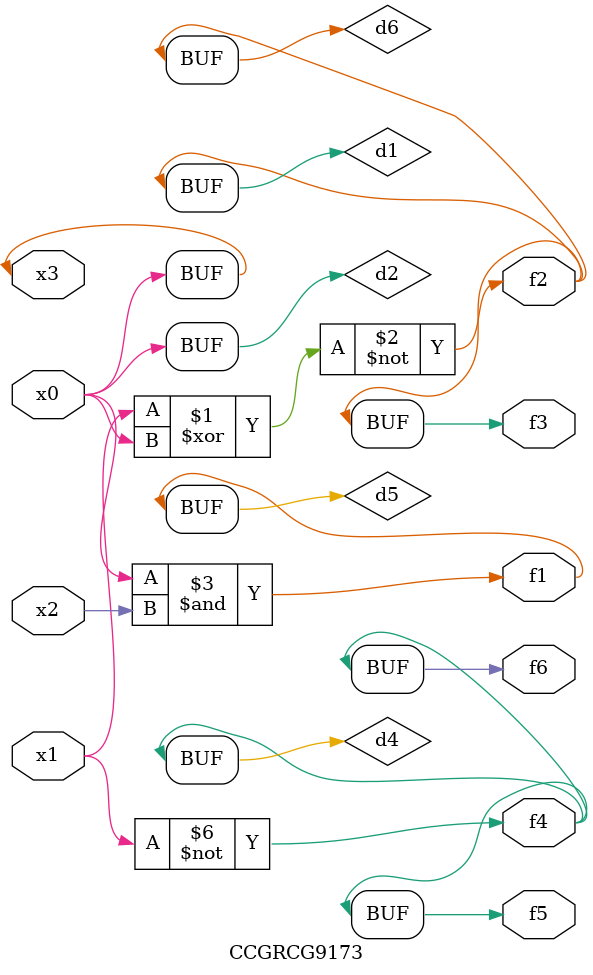
<source format=v>
module CCGRCG9173(
	input x0, x1, x2, x3,
	output f1, f2, f3, f4, f5, f6
);

	wire d1, d2, d3, d4, d5, d6;

	xnor (d1, x1, x3);
	buf (d2, x0, x3);
	nand (d3, x0, x2);
	not (d4, x1);
	nand (d5, d3);
	or (d6, d1);
	assign f1 = d5;
	assign f2 = d6;
	assign f3 = d6;
	assign f4 = d4;
	assign f5 = d4;
	assign f6 = d4;
endmodule

</source>
